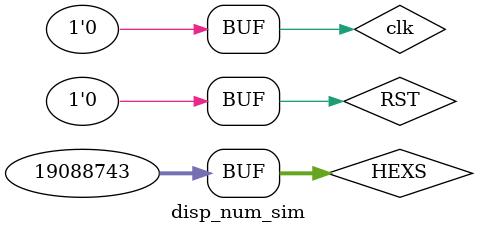
<source format=v>
`timescale 1ns / 1ps 


module disp_num_sim;
reg clk;
reg RST;
reg [ 31: 0 ] HEXS;
reg [ 7: 0 ] points;
reg [ 7: 0 ] LES;
wire [ 7: 0 ] AN;
wire [ 7: 0 ] Segment;


Disp_Num my_test_Num(
             .clk( clk ),
             .RST( 1'b0 ),
             .HEXS( HEXS ),
             .points( 8'b1 ),
             .LES( 8'b0 ),
             .AN( AN ),
             .Segment( SEGMENT1 )
         );

initial begin
    clk = 0;
    RST = 0;
    HEXS = 32'b0000_0001_0010_0011_0100_0101_0110_0111;

end
always begin
    #10 clk = 1;
    #10 clk = 0;
end
endmodule

</source>
